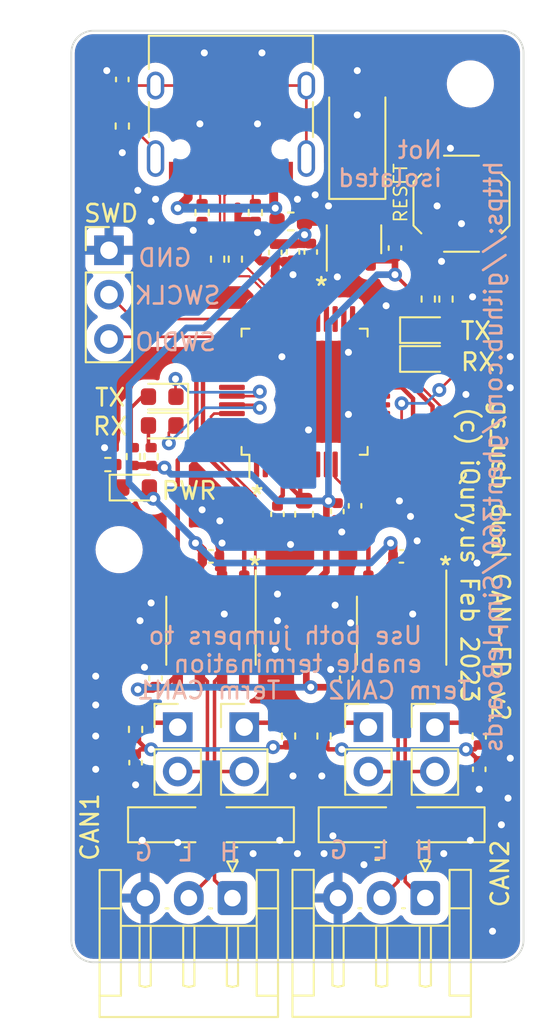
<source format=kicad_pcb>
(kicad_pcb (version 20221018) (generator pcbnew)
  (layers (0 "F.Cu" signal) (31 "B.Cu" signal) (34 "B.Paste" user) (35 "F.Paste" user) (36 "B.SilkS" user "B.Silkscreen") (37 "F.SilkS" user "F.Silkscreen") (38 "B.Mask" user) (39 "F.Mask" user) (44 "Edge.Cuts" user))
  (net 0 "")
  (net 1 "Net-(J1-SHIELD)")
  (net 2 "GND")
  (net 3 "Net-(C2-Pad1)")
  (net 4 "/5V")
  (net 5 "Net-(C7-Pad1)")
  (net 6 "/3.3V")
  (net 7 "Net-(D4-A)")
  (net 8 "Net-(D5-A)")
  (net 9 "Net-(D8-K)")
  (net 10 "Net-(J1-CC1)")
  (net 11 "/D+")
  (net 12 "/D-")
  (net 13 "/CAN1_TX_LED")
  (net 14 "Net-(J1-CC2)")
  (net 15 "Net-(D6-A)")
  (net 16 "/USB_DP")
  (net 17 "/USB_DN")
  (net 18 "/CAN2_TX_LED")
  (net 19 "Net-(D7-A)")
  (net 20 "/CAN1_RX_LED")
  (net 21 "/CAN2_RX_LED")
  (net 24 "/SDWIO")
  (net 25 "/CAN2_RX")
  (net 26 "/CAN2_TX")
  (net 27 "/CAN1_RX")
  (net 28 "/CAN1_TX")
  (net 29 "Net-(JP1-A)")
  (net 30 "Net-(JP2-A)")
  (net 31 "Net-(JP3-A)")
  (net 32 "Net-(JP4-A)")
  (net 33 "/SWCLK")
  (net 39 "/~{RESET}")
  (net 44 "/CAN1_SBY")
  (net 59 "/CAN2_SBY")
  (net 66 "Net-(F1-Pad2)")
  (net 67 "/CAN2_P")
  (net 68 "/CAN2_N")
  (net 69 "/CAN1_P")
  (net 70 "/CAN1_N")
  (footprint "Resistor_SMD:R_0402_1005Metric" (layer "F.Cu") (at 59.563 73.916 90)
    (fp_text reference "R2" hide)
    (fp_text value "5.1k")
  )
  (footprint "LED_SMD:LED_0603_1608Metric" (layer "F.Cu") (at 57.277 86.106 180)
    (fp_text reference "D7" hide)
    (fp_text value "RX")
  )
  (footprint "Connector_PinHeader_2.54mm:PinHeader_1x02_P2.54mm_Vertical" (layer "F.Cu") (at 69.088 103.378)
    (fp_text reference "JP2" hide)
    (fp_text value "Trm")
  )
  (footprint "Fuse:Fuse_0603_1608Metric" (layer "F.Cu") (at 64.643 74.422 180)
    (fp_text reference "F1" hide)
    (fp_text value "500mA")
  )
  (footprint "Diode_SMD:D_SOD-123F" (layer "F.Cu") (at 73.533 108.966 180)
    (fp_text reference "D9" hide)
    (fp_text value "D_TVS")
  )
  (footprint "Capacitor_SMD:C_0402_1005Metric" (layer "F.Cu") (at 55.753 105.41 -90)
    (fp_text reference "C2" hide)
    (fp_text value "4700pF")
  )
  (footprint "Resistor_SMD:R_0402_1005Metric" (layer "F.Cu") (at 60.452 76.581 -90)
    (fp_text reference "R4" hide)
    (fp_text value "22")
  )
  (footprint "Resistor_SMD:R_0402_1005Metric" (layer "F.Cu") (at 54.162939 88.342353)
    (fp_text reference "R14" hide)
    (fp_text value "5.1k")
  )
  (footprint "Capacitor_SMD:C_0402_1005Metric" (layer "F.Cu") (at 67.31 91.031 90)
    (fp_text reference "C18" hide)
    (fp_text value "100nF")
  )
  (footprint "Capacitor_SMD:C_0402_1005Metric" (layer "F.Cu") (at 63.881 91.186 90)
    (fp_text reference "C15" hide)
    (fp_text value "100nF")
  )
  (footprint "Diode_SMD:D_MELF" (layer "F.Cu") (at 68.453 69.723 90)
    (fp_text reference "D1" hide)
    (fp_text value "5.3V")
  )
  (footprint "MountingHole:MountingHole_2.2mm_M2" (layer "F.Cu") (at 74.93 66.548)
    (fp_text reference "H1" hide)
    (fp_text value "MountingHole")
  )
  (footprint "MountingHole:MountingHole_2.2mm_M2" (layer "F.Cu") (at 54.808551 93.214373)
    (fp_text reference "H2" hide)
    (fp_text value "MountingHole")
  )
  (footprint "LED_SMD:LED_0603_1608Metric" (layer "F.Cu") (at 57.277 84.455 180)
    (fp_text reference "D5" hide)
    (fp_text value "TX")
  )
  (footprint "Connector_PinHeader_2.54mm:PinHeader_1x02_P2.54mm_Vertical" (layer "F.Cu") (at 58.166 103.378)
    (fp_text reference "JP4" hide)
    (fp_text value "Trm")
  )
  (footprint "Diode_SMD:D_SOD-123F" (layer "F.Cu") (at 62.611 108.966 180)
    (fp_text reference "D11" hide)
    (fp_text value "D_TVS")
  )
  (footprint "Resistor_SMD:R_0402_1005Metric" (layer "F.Cu") (at 55.753 103.505 -90)
    (fp_text reference "R9" hide)
    (fp_text value "60.4")
  )
  (footprint "Resistor_SMD:R_0402_1005Metric" (layer "F.Cu") (at 72.517 78.865 -90)
    (fp_text reference "R12" hide)
    (fp_text value "1k")
  )
  (footprint "Resistor_SMD:R_0402_1005Metric" (layer "F.Cu") (at 64.516 103.886 -90)
    (fp_text reference "R8" hide)
    (fp_text value "60.4")
  )
  (footprint "Capacitor_SMD:C_0402_1005Metric" (layer "F.Cu") (at 70.612 75.946 90)
    (fp_text reference "C17" hide)
    (fp_text value "1uF")
  )
  (footprint "Capacitor_SMD:C_0402_1005Metric" (layer "F.Cu") (at 54.991 66.294 90)
    (fp_text reference "C1" hide)
    (fp_text value "100nF")
  )
  (footprint "LED_SMD:LED_0603_1608Metric" (layer "F.Cu") (at 72.39 80.645)
    (fp_text reference "D6" hide)
    (fp_text value "RX")
  )
  (footprint "Capacitor_SMD:C_0402_1005Metric" (layer "F.Cu") (at 75.438 105.791 -90)
    (fp_text reference "C7" hide)
    (fp_text value "4700pF")
  )
  (footprint "LED_SMD:LED_0603_1608Metric" (layer "F.Cu") (at 55.753 89.662)
    (fp_text reference "D8" hide)
    (fp_text value "RX")
  )
  (footprint "Resistor_SMD:R_0402_1005Metric" (layer "F.Cu") (at 62.611 73.914 90)
    (fp_text reference "R3" hide)
    (fp_text value "5.1k")
  )
  (footprint "Capacitor_SMD:C_0402_1005Metric" (layer "F.Cu") (at 64.77 76.172 90)
    (fp_text reference "C13" hide)
    (fp_text value "10nF")
  )
  (footprint "Capacitor_SMD:C_0402_1005Metric" (layer "F.Cu") (at 67.818 100.571 -90)
    (fp_text reference "C10" hide)
    (fp_text value "10nF")
  )
  (footprint "Connector_PinHeader_2.54mm:PinHeader_1x02_P2.54mm_Vertical" (layer "F.Cu") (at 61.976 103.378)
    (fp_text reference "JP3" hide)
    (fp_text value "Trm")
  )
  (footprint "Resistor_SMD:R_0402_1005Metric" (layer "F.Cu") (at 66.548 103.886 -90)
    (fp_text reference "R7" hide)
    (fp_text value "60.4")
  )
  (footprint "Connector_PinHeader_2.54mm:PinHeader_1x02_P2.54mm_Vertical" (layer "F.Cu") (at 72.898 103.378)
    (fp_text reference "JP1" hide)
    (fp_text value "Trm")
  )
  (footprint "Capacitor_SMD:C_0402_1005Metric" (layer "F.Cu") (at 58.674 110.617)
    (fp_text reference "C4" hide)
    (fp_text value "47pF")
  )
  (footprint "Capacitor_SMD:C_0402_1005Metric" (layer "F.Cu") (at 61.468 110.617)
    (fp_text reference "C3" hide)
    (fp_text value "47pF")
  )
  (footprint "Capacitor_SMD:C_0402_1005Metric" (layer "F.Cu") (at 69.596 110.617)
    (fp_text reference "C9" hide)
    (fp_text value "47pF")
  )
  (footprint "Capacitor_SMD:C_0402_1005Metric" (layer "F.Cu") (at 65.786 76.172 90)
    (fp_text reference "C12" hide)
    (fp_text value "100nF")
  )
  (footprint "Capacitor_SMD:C_0402_1005Metric" (layer "F.Cu") (at 56.896 100.584 -90)
    (fp_text reference "C11" hide)
    (fp_text value "10nF")
  )
  (footprint "Resistor_SMD:R_0402_1005Metric" (layer "F.Cu") (at 75.438 103.886 -90)
    (fp_text reference "R6" hide)
    (fp_text value "60.4")
  )
  (footprint "Diode_SMD:D_SOD-123F" (layer "F.Cu") (at 57.531 108.966)
    (fp_text reference "D12" hide)
    (fp_text value "D_TVS")
  )
  (footprint "Package_SO:SOIC-8_3.9x4.9mm_P1.27mm" (layer "F.Cu") (at 60.071 97.855 -90)
    (fp_text reference "U2" hide)
    (fp_text value "TJA1042T-3")
  )
  (footprint "Resistor_SMD:R_0402_1005Metric" (layer "F.Cu") (at 55.626 87.884 90)
    (fp_text reference "R11" hide)
    (fp_text value "1k")
  )
  (footprint "Package_QFP:LQFP-48_7x7mm_P0.5mm" (layer "F.Cu") (at 65.433 84.1725 90)
    (fp_text reference "U1" hide)
    (fp_text value "STM32G0B1CBTx")
  )
  (footprint "Connector_JST:JST_EH_S3B-EH_1x03_P2.50mm_Horizontal" (layer "F.Cu") (at 61.301 113.1645 180)
    (fp_text reference "J2" hide)
    (fp_text value "CAN1")
  )
  (footprint "Button_Switch_SMD:SW_SPST_TL3342" (layer "F.Cu") (at 74.422 73.406 90)
    (fp_text reference "SW1" hide)
    (fp_text value "SW_Push_Dual")
  )
  (footprint "Capacitor_SMD:C_0603_1608Metric" (layer "F.Cu") (at 65.405 91.186 90)
    (fp_text reference "C14" hide)
    (fp_text value "10uF")
  )
  (footprint "LED_SMD:LED_0603_1608Metric" (layer "F.Cu") (at 72.39 82.296)
    (fp_text reference "D4" hide)
    (fp_text value "TX")
  )
  (footprint "Diode_SMD:D_SOD-123F" (layer "F.Cu") (at 68.453 108.966)
    (fp_text reference "D10" hide)
    (fp_text value "D_TVS")
  )
  (footprint "Resistor_SMD:R_0402_1005Metric" (layer "F.Cu") (at 73.533 78.867 -90)
    (fp_text reference "R10" hide)
    (fp_text value "1k")
  )
  (footprint "Capacitor_SMD:C_0402_1005Metric" (layer "F.Cu") (at 72.39 110.617)
    (fp_text reference "C8" hide)
    (fp_text value "47pF")
  )
  (footprint "Resistor_SMD:R_0402_1005Metric" (layer "F.Cu") (at 56.642 87.884 90)
    (fp_text reference "R13" hide)
    (fp_text value "1k")
  )
  (footprint "Resistor_SMD:R_0402_1005Metric" (layer "F.Cu") (at 54.991 68.961 -90)
    (fp_text reference "R1" hide)
    (fp_text value "100k")
  )
  (footprint "Capacitor_SMD:C_0402_1005Metric" (layer "F.Cu") (at 68.326 90.706 -90)
    (fp_text reference "C19" hide)
    (fp_text value "100nF")
  )
  (footprint "Capacitor_SMD:C_0402_1005Metric" (layer "F.Cu") (at 60.071 93.599)
    (fp_text reference "C6" hide)
    (fp_text value "100nF")
  )
  (footprint "Resistor_SMD:R_0402_1005Metric" (layer "F.Cu") (at 61.468 76.581 -90)
    (fp_text reference "R5" hide)
    (fp_text value "22")
  )
  (footprint "Package_TO_SOT_SMD:SOT-23-3" (layer "F.Cu") (at 68.265 75.4435 90)
    (fp_text reference "U4" hide)
    (fp_text value "XC6206PxxxMR")
  )
  (footprint "Package_SO:SOIC-8_3.9x4.9mm_P1.27mm" (layer "F.Cu") (at 70.993 97.855 -90)
    (fp_text reference "U3" hide)
    (fp_text value "TJA1042T-3")
  )
  (footprint "Connector_JST:JST_EH_S3B-EH_1x03_P2.50mm_Horizontal" (layer "F.Cu") (at 72.35 113.157 180)
    (fp_text reference "J3" hide)
    (fp_text value "CAN2")
  )
  (footprint "Capacitor_SMD:C_0402_1005Metric" (layer "F.Cu") (at 70.98 93.599)
    (fp_text reference "C5" hide)
    (fp_text value "100nF")
  )
  (footprint "Connector_PinHeader_2.54mm:PinHeader_1x03_P2.54mm_Vertical" (layer "F.Cu") (at 54.229 76.073)
    (fp_text reference "J4" hide)
    (fp_text value "Conn_01x03_Pin")
  )
  (footprint "Connector_USB:USB_C_Receptacle_HRO_TYPE-C-31-M-12" (layer "F.Cu") (at 61.214 67.691 180)
    (fp_text reference "J1" hide)
    (fp_text value "USB_C_Receptacle_USB2.0")
  )
  (footprint "Capacitor_SMD:C_0402_1005Metric" (layer "F.Cu") (at 63.754 76.2 -90)
    (fp_text reference "C16" hide)
    (fp_text value "1uF")
  )
  (gr_arc (start 53.34 116.84) (mid 52.441974 116.468026) (end 52.07 115.57) (stroke (width 0.1)) (layer "Edge.Cuts"))
  (gr_arc (start 77.978 115.57) (mid 77.606026 116.468026) (end 76.708 116.84) (stroke (width 0.1)) (layer "Edge.Cuts"))
  (gr_arc (start 52.07 64.77) (mid 52.441974 63.871974) (end 53.34 63.5) (stroke (width 0.1)) (layer "Edge.Cuts"))
  (gr_line (start 52.07 115.57) (end 52.07 64.77) (stroke (width 0.1)) (layer "Edge.Cuts"))
  (gr_line (start 76.708 116.84) (end 53.34 116.84) (stroke (width 0.1)) (layer "Edge.Cuts"))
  (gr_line (start 77.978 64.77) (end 77.978 115.57) (stroke (width 0.1)) (layer "Edge.Cuts"))
  (gr_arc (start 76.708 63.5) (mid 77.606026 63.871974) (end 77.978 64.77) (stroke (width 0.1)) (layer "Edge.Cuts"))
  (gr_line (start 53.34 63.5) (end 76.708 63.5) (stroke (width 0.1)) (layer "Edge.Cuts"))
  (gr_text "Not\nisolated" (at 73.406 72.517) (layer "B.SilkS") (effects (font (size 1 1)) (justify left bottom mirror)))
  (gr_text "H  L  G" (at 72.898 110.998) (layer "B.SilkS") (effects (font (size 1 1)) (justify left bottom mirror)))
  (gr_text "Use both jumpers to \nenable termination" (at 72.263 100.33) (layer "B.SilkS") (effects (font (size 1 1)) (justify left bottom mirror)))
  (gr_text "SWCLK" (at 60.706 79.248) (layer "B.SilkS") (effects (font (size 1 1)) (justify left bottom mirror)))
  (gr_text "Term CAN1" (at 64.135 101.854) (layer "B.SilkS") (effects (font (size 1 1)) (justify left bottom mirror)))
  (gr_text "H  L  G" (at 61.722 111.125) (layer "B.SilkS") (effects (font (size 1 1)) (justify left bottom mirror)))
  (gr_text "Term CAN2" (at 75.057 101.854) (layer "B.SilkS") (effects (font (size 1 1)) (justify left bottom mirror)))
  (gr_text "https://github.com/ghent360/SimpleBoards" (at 76.835 70.866 90) (layer "B.SilkS") (effects (font (size 1 1)) (justify left bottom mirror)))
  (gr_text "GND" (at 59.055 77.089) (layer "B.SilkS") (effects (font (size 1 1)) (justify left bottom mirror)))
  (gr_text "SWDIO" (at 60.452 81.915) (layer "B.SilkS") (effects (font (size 1 1)) (justify left bottom mirror)))
  (gr_text "RX" (at 74.295 83.058) (layer "F.SilkS") (effects (font (size 1 1)) (justify left bottom)))
  (gr_text "TX" (at 53.34 85.09) (layer "F.SilkS") (effects (font (size 1 1)) (justify left bottom)))
  (gr_text "CAN1" (at 53.721 111.125 90) (layer "F.SilkS") (effects (font (size 1 1)) (justify left bottom)))
  (gr_text "(c) iQury.us Feb 2023" (at 74.295 84.963 -90) (layer "F.SilkS") (effects (font (size 1 1)) (justify left bottom)))
  (gr_text "gs_usb dual CAN-FD v2" (at 76.073 84.582 270) (layer "F.SilkS") (effects (font (size 1 1)) (justify left bottom)))
  (gr_text "TX" (at 74.295 81.28) (layer "F.SilkS") (effects (font (size 1 1)) (justify left bottom)))
  (gr_text "*" (at 73.025 94.742) (layer "F.SilkS") (effects (font (size 1 1)) (justify left bottom)))
  (gr_text "PWR" (at 57.15 90.424) (layer "F.SilkS") (effects (font (size 1 1)) (justify left bottom)))
  (gr_text "*" (at 62.23 90.678) (layer "F.SilkS") (effects (font (size 1 1)) (justify left bottom)))
  (gr_text "SWD" (at 52.705 74.549) (layer "F.SilkS") (effects (font (size 1 1)) (justify left bottom)))
  (gr_text "CAN2" (at 77.216 113.792 90) (layer "F.SilkS") (effects (font (size 1 1)) (justify left bottom)))
  (gr_text "RX" (at 53.213 86.741) (layer "F.SilkS") (effects (font (size 1 1)) (justify left bottom)))
  (gr_text "RESET" (at 71.374 74.549 90) (layer "F.SilkS") (effects (font (size 0.75 0.75) (thickness 0.1)) (justify left bottom)))
  (gr_text "*" (at 65.913 78.74) (layer "F.SilkS") (effects (font (size 1 1)) (justify left bottom)))
  (gr_text "*" (at 62.103 94.742) (layer "F.SilkS") (effects (font (size 1 1)) (justify left bottom)))
  (segment (start 54.991 66.675) (end 54.991 68.451) (width 0.1524) (layer "F.Cu") (net 1))
  (segment (start 55.025 66.641) (end 54.991 66.675) (width 0.1524) (layer "F.Cu") (net 1))
  (segment (start 65.534 70.821) (end 65.534 66.641) (width 0.1524) (layer "F.Cu") (net 1))
  (segment (start 65.534 66.641) (end 56.894 66.641) (width 0.1524) (layer "F.Cu") (net 1))
  (segment (start 56.894 66.641) (end 55.025 66.641) (width 0.1524) (layer "F.Cu") (net 1))
  (segment (start 54.991 68.451) (end 56.894 70.354) (width 0.1524) (layer "F.Cu") (net 1))
  (segment (start 56.894 70.354) (end 56.894 70.821) (width 0.1524) (layer "F.Cu") (net 1))
  (segment (start 67.818 100.091) (end 66.944 100.091) (width 0.5) (layer "F.Cu") (net 2))
  (segment (start 68.326 91.44) (end 67.564 92.202) (width 0.254) (layer "F.Cu") (net 2))
  (segment (start 54.991 69.786) (end 54.991 70.485) (width 0.381) (layer "F.Cu") (net 2))
  (segment (start 69.116 110.617) (end 69.116 110.97) (width 0.381) (layer "F.Cu") (net 2))
  (segment (start 65.683 88.335) (end 65.683 86.892) (width 0.1524) (layer "F.Cu") (net 2))
  (segment (start 65.786 73.152) (end 66.04 72.898) (width 0.381) (layer "F.Cu") (net 2))
  (segment (start 56.131 109.852) (end 56.134 109.855) (width 0.254) (layer "F.Cu") (net 2))
  (segment (start 67.315 76.581) (end 67.315 77.592) (width 0.254) (layer "F.Cu") (net 2))
  (segment (start 67.31 91.948) (end 67.564 92.202) (width 0.381) (layer "F.Cu") (net 2))
  (segment (start 57.964 71.736) (end 57.964 72.084) (width 0.381) (layer "F.Cu") (net 2))
  (segment (start 62.611 74.93) (end 62.738 75.057) (width 0.508) (layer "F.Cu") (net 2))
  (segment (start 65.405 92.143118) (end 64.629118 92.919) (width 0.254) (layer "F.Cu") (net 2))
  (segment (start 57.964 72.084) (end 56.896 73.152) (width 0.381) (layer "F.Cu") (net 2))
  (segment (start 65.588 76.652) (end 64.77 77.47) (width 0.254) (layer "F.Cu") (net 2))
  (segment (start 65.659 86.868) (end 65.659 86.36) (width 0.1524) (layer "F.Cu") (net 2))
  (segment (start 69.116 110.97) (end 68.834 111.252) (width 0.381) (layer "F.Cu") (net 2))
  (segment (start 65.786 76.652) (end 65.588 76.652) (width 0.254) (layer "F.Cu") (net 2))
  (segment (start 66.04 72.898) (end 66.167 72.898) (width 0.381) (layer "F.Cu") (net 2))
  (segment (start 61.948 110.617) (end 62.484 110.617) (width 0.381) (layer "F.Cu") (net 2))
  (segment (start 64.464 71.736) (end 64.464 72.592) (width 0.381) (layer "F.Cu") (net 2))
  (segment (start 56.896 73.152) (end 56.896 74.168) (width 0.381) (layer "F.Cu") (net 2))
  (segment (start 67.31 91.511) (end 67.31 91.948) (width 0.381) (layer "F.Cu") (net 2))
  (segment (start 68.453 67.323) (end 68.453 65.786) (width 0.5) (layer "F.Cu") (net 2))
  (segment (start 60.551 92.992) (end 60.706 92.837) (width 0.254) (layer "F.Cu") (net 2))
  (segment (start 53.979 87.372) (end 53.975 87.376) (width 0.1524) (layer "F.Cu") (net 2))
  (segment (start 64.011 108.966) (end 64.011 109.852) (width 0.254) (layer "F.Cu") (net 2))
  (segment (start 66.167 72.898) (end 66.802 73.533) (width 0.381) (layer "F.Cu") (net 2))
  (segment (start 64.464 72.592) (end 65.024 73.152) (width 0.381) (layer "F.Cu") (net 2))
  (segment (start 67.053 109.598) (end 67.056 109.601) (width 0.254) (layer "F.Cu") (net 2))
  (segment (start 56.896 74.168) (end 56.642 74.422) (width 0.381) (layer "F.Cu") (net 2))
  (segment (start 64.77 76.652) (end 64.77 77.47) (width 0.254) (layer "F.Cu") (net 2))
  (segment (start 66.944 100.091) (end 66.929 100.076) (width 0.5) (layer "F.Cu") (net 2))
  (segment (start 71.46 94.32) (end 71.755 94.615) (width 0.254) (layer "F.Cu") (net 2))
  (segment (start 65.405 91.961) (end 65.405 92.143118) (width 0.254) (layer "F.Cu") (net 2))
  (segment (start 56.896 100.104) (end 56.416 100.104) (width 0.5) (layer "F.Cu") (net 2))
  (segment (start 58.194 110.617) (end 58.194 110.01) (width 0.381) (layer "F.Cu") (net 2))
  (segment (start 56.131 108.966) (end 56.131 109.852) (width 0.254) (layer "F.Cu") (net 2))
  (segment (start 71.628 95.38) (end 71.628 96.901) (width 0.254) (layer "F.Cu") (net 2))
  (segment (start 60.706 96.774) (end 60.833 96.901) (width 0.254) (layer "F.Cu") (net 2))
  (segment (start 60.551 95.225) (end 60.706 95.38) (width 0.254) (layer "F.Cu") (net 2))
  (segment (start 58.194 110.01) (end 58.166 109.982) (width 0.381) (layer "F.Cu") (net 2))
  (segment (start 56.388 73.152) (end 55.88 72.644) (width 0.381) (layer "F.Cu") (net 2))
  (segment (start 63.98 76.68) (end 64.77 77.47) (width 0.254) (layer "F.Cu") (net 2))
  (segment (start 65.024 73.152) (end 65.786 73.152) (width 0.381) (layer "F.Cu") (net 2))
  (segment (start 63.881 92.170882) (end 64.629118 92.919) (width 0.254) (layer "F.Cu") (net 2))
  (segment (start 71.46 93.599) (end 71.46 93.132) (width 0.254) (layer "F.Cu") (net 2))
  (segment (start 65.683 86.892) (end 65.659 86.868) (width 0.1524) (layer "F.Cu") (net 2))
  (segment (start 72.87 110.617) (end 73.406 110.617) (width 0.254) (layer "F.Cu") (net 2))
  (segment (start 59.563 74.426) (end 59.559 74.426) (width 0.508) (layer "F.Cu") (net 2))
  (segment (start 60.706 95.38) (end 60.706 96.774) (width 0.254) (layer "F.Cu") (net 2))
  (segment (start 54.13 65.814) (end 54.102 65.786) (width 0.254) (layer "F.Cu") (net 2))
  (segment (start 68.326 91.186) (end 68.326 91.44) (width 0.254) (layer "F.Cu") (net 2))
  (segment (start 71.46 93.599) (end 71.46 94.32) (width 0.254) (layer "F.Cu") (net 2))
  (segment (start 54.61 87.372) (end 53.979 87.372) (width 0.1524) (layer "F.Cu") (net 2))
  (segment (start 54.991 65.814) (end 54.13 65.814) (width 0.254) (layer "F.Cu") (net 2))
  (segment (start 67.053 108.966) (end 67.053 109.598) (width 0.254) (layer "F.Cu") (net 2))
  (segment (start 63.754 76.68) (end 63.98 76.68) (width 0.254) (layer "F.Cu") (net 2))
  (segment (start 67.315 77.592) (end 67.31 77.597) (width 0.254) (layer "F.Cu") (net 2))
  (segment (start 60.551 93.599) (end 60.551 95.225) (width 0.254) (layer "F.Cu") (net 2))
  (segment (start 74.933 108.966) (end 74.933 109.852) (width 0.254) (layer "F.Cu") (net 2))
  (segment (start 64.011 109.852) (end 64.008 109.855) (width 0.254) (layer "F.Cu") (net 2))
  (segment (start 56.416 100.104) (end 56.261 99.949) (width 0.5) (layer "F.Cu") (net 2))
  (segment (start 63.881 91.961) (end 63.881 92.170882) (width 0.254) (layer "F.Cu") (net 2))
  (segment (start 74.933 109.852) (end 74.93 109.855) (width 0.254) (layer "F.Cu") (net 2))
  (segment (start 60.551 93.599) (end 60.551 92.992) (width 0.254) (layer "F.Cu") (net 2))
  (segment (start 56.896 73.152) (end 56.388 73.152) (width 0.381) (layer "F.Cu") (net 2))
  (segment (start 59.559 74.426) (end 59.055 74.93) (width 0.508) (layer "F.Cu") (net 2))
  (segment (start 71.46 93.132) (end 71.882 92.71) (width 0.254) (layer "F.Cu") (net 2))
  (segment (start 62.611 74.424) (end 62.611 74.93) (width 0.508) (layer "F.Cu") (net 2))
  (via (at 77.216 83.947) (size 0.8) (drill 0.4) (layers "F.Cu" "B.Cu") (net 2))
  (via (at 77.216 105.156) (size 0.8) (drill 0.4) (layers "F.Cu" "B.Cu") (net 2))
  (via (at 56.007 97.282) (size 0.8) (drill 0.4) (layers "F.Cu" "B.Cu") (net 2))
  (via (at 59.055 74.93) (size 0.8) (drill 0.4) (layers "F.Cu" "B.Cu") (net 2))
  (via (at 66.421 106.172) (size 0.8) (drill 0.4) (layers "F.Cu" "B.Cu") (net 2))
  (via (at 68.453 68.326) (size 0.8) (drill 0.4) (layers "F.Cu" "B.Cu") (net 2))
  (via (at 55.88 72.644) (size 0.8) (drill 0.4) (layers "F.Cu" "B.Cu") (net 2))
  (via (at 53.467 103.886) (size 0.8) (drill 0.4) (layers "F.Cu" "B.Cu") (net 2))
  (via (at 64.629118 92.919) (size 0.8) (drill 0.4) (layers "F.Cu" "B.Cu") (net 2))
  (via (at 64.77 77.47) (size 0.8) (drill 0.4) (layers "F.Cu" "B.Cu") (net 2))
  (via (at 53.975 87.376) (size 0.8) (drill 0.4) (layers "F.Cu" "B.Cu") (net 2))
  (via (at 62.738 68.834) (size 0.8) (drill 0.4) (layers "F.Cu" "B.Cu") (net 2))
  (via (at 60.706 92.837) (size 0.8) (drill 0.4) (layers "F.Cu" "B.Cu") (net 2))
  (via (at 53.467 102.108) (size 0.8) (drill 0.4) (layers "F.Cu" "B.Cu") (net 2))
  (via (at 74.93 109.855) (size 0.8) (drill 0.4) (layers "F.Cu" "B.Cu") (net 2))
  (via (at 68.834 111.252) (size 0.8) (drill 0.4) (layers "F.Cu" "B.Cu") (net 2))
  (via (at 66.548 110.617) (size 0.8) (drill 0.4) (layers "F.Cu" "B.Cu") (net 2))
  (via (at 56.261 99.949) (size 0.8) (drill 0.4) (layers "F.Cu" "B.Cu") (net 2))
  (via (at 65.024 110.617) (size 0.8) (drill 0.4) (layers "F.Cu" "B.Cu") (net 2))
  (via (at 74.422 74.549) (size 0.8) (drill 0.4) (layers "F.Cu" "B.Cu") (net 2))
  (via (at 67.056 109.601) (size 0.8) (drill 0.4) (layers "F.Cu" "B.Cu") (net 2))
  (via (at 59.563 90.932) (size 0.8) (drill 0.4) (layers "F.Cu" "B.Cu") (net 2))
  (via (at 75.311 93.98) (size 0.8) (drill 0.4) (layers "F.Cu" "B.Cu") (net 2))
  (via (at 76.2 115.062) (size 0.8) (drill 0.4) (layers "F.Cu" "B.Cu") (net 2))
  (via (at 75.057 78.74) (size 0.8) (drill 0.4) (layers "F.Cu" "B.Cu") (net 2))
  (via (at 56.134 109.855) (size 0.8) (drill 0.4) (layers "F.Cu" "B.Cu") (net 2))
  (via (at 59.436 68.834) (size 0.8) (drill 0.4) (layers "F.Cu" "B.Cu") (net 2))
  (via (at 60.833 96.901) (size 0.8) (drill 0.4) (layers "F.Cu" "B.Cu") (net 2))
  (via (at 70.866 90.424) (size 0.8) (drill 0.4) (layers "F.Cu" "B.Cu") (net 2))
  (via (at 56.642 74.422) (size 0.8) (drill 0.4) (layers "F.Cu" "B.Cu") (net 2))
  (via (at 77.089 107.442) (size 0.8) (drill 0.4) (layers "F.Cu" "B.Cu") (net 2))
  (via (at 64.008 109.855) (size 0.8) (drill 0.4) (layers "F.Cu" "B.Cu") (net 2))
  (via (at 67.945 81.915) (size 0.8) (drill 0.4) (layers "F.Cu" "B.Cu") (net 2))
  (via (at 64.77 106.172) (size 0.8) (drill 0.4) (layers "F.Cu" "B.Cu") (net 2))
  (via (at 63.754 98.933) (size 0.8) (drill 0.4) (layers "F.Cu" "B.Cu") (net 2))
  (via (at 63.881 95.758) (size 0.8) (drill 0.4) (layers "F.Cu" "B.Cu") (net 2))
  (via (at 62.992 64.77) (size 0.8) (drill 0.4) (layers "F.Cu" "B.Cu") (net 2))
  (via (at 65.659 86.36) (size 0.8) (drill 0.4) (layers "F.Cu" "B.Cu") (net 2))
  (via (at 63.881 97.282) (size 0.8) (drill 0.4) (layers "F.Cu" "B.Cu") (net 2))
  (via (at 66.04 72.898) (size 0.8) (drill 0.4) (layers "F.Cu" "B.Cu") (net 2))
  (via (at 67.564 92.202) (size 0.8) (drill 0.4) (layers "F.Cu" "B.Cu") (net 2))
  (via (at 66.802 73.533) (size 0.8) (drill 0.4) (layers "F.Cu" "B.Cu") (net 2))
  (via (at 68.072 97.409) (size 0.8) (drill 0.4) (layers "F.Cu" "B.Cu") (net 2))
  (via (at 62.484 110.617) (size 0.8) (drill 0.4) (layers "F.Cu" "B.Cu") (net 2))
  (via (at 59.69 64.77) (size 0.8) (drill 0.4) (layers "F.Cu" "B.Cu") (net 2))
  (via (at 56.642 96.266) (size 0.8) (drill 0.4) (layers "F.Cu" "B.Cu") (net 2))
  (via (at 67.183 96.393) (size 0.8) (drill 0.4) (layers "F.Cu" "B.Cu") (net 2))
  (via (at 70.104 79.248) (size 0.8) (drill 0.4) (layers "F.Cu" "B.Cu") (net 2))
  (via (at 73.406 110.617) (size 0.8) (drill 0.4) (layers "F.Cu" "B.Cu") (net 2))
  (via (at 77.216 82.169) (size 0.8) (drill 0.4) (layers "F.Cu" "B.Cu") (net 2))
  (via (at 58.166 109.982) (size 0.8) (drill 0.4) (layers "F.Cu" "B.Cu") (net 2))
  (via (at 74.676 84.328) (size 0.8) (drill 0.4) (layers "F.Cu" "B.Cu") (net 2))
  (via (at 62.738 75.057) (size 0.8) (drill 0.4) (layers "F.Cu" "B.Cu") (net 2))
  (via (at 64.135 82.169) (size 0.8) (drill 0.4) (layers "F.Cu" "B.Cu") (net 2))
  (via (at 71.628 96.901) (size 0.8) (drill 0.4) (layers "F.Cu" "B.Cu") (net 2))
  (via (at 71.501 91.313) (size 0.8) (drill 0.4) (layers "F.Cu" "B.Cu") (net 2))
  (via (at 68.453 65.786) (size 0.8) (drill 0.4) (layers "F.Cu" "B.Cu") (net 2))
  (via (at 54.991 70.485) (size 0.8) (drill 0.4) (layers "F.Cu" "B.Cu") (net 2))
  (via (at 67.945 85.471) (size 0.8) (drill 0.4) (layers "F.Cu" "B.Cu") (net 2))
  (via (at 73.279 76.708) (size 0.8) (drill 0.4) (layers "F.Cu" "B.Cu") (net 2))
  (via (at 65.024 73.152) (size 0.8) (drill 0.4) (layers "F.Cu" "B.Cu") (net 2))
  (via (at 56.896 73.152) (size 0.8) (drill 0.4) (layers "F.Cu" "B.Cu") (net 2))
  (via (at 55.753 106.68) (size 0.8) (drill 0.4) (layers "F.Cu" "B.Cu") (net 2))
  (via (at 75.438 106.934) (size 0.8) (drill 0.4) (layers "F.Cu" "B.Cu") (net 2))
  (via (at 60.579 91.567) (size 0.8) (drill 0.4) (layers "F.Cu" "B.Cu") (net 2))
  (via (at 53.467 105.791) (size 0.8) (drill 0.4) (layers "F.Cu" "B.Cu") (net 2))
  (via (at 71.882 92.71) (size 0.8) (drill 0.4) (layers "F.Cu" "B.Cu") (net 2))
  (via (at 73.787 70.231) (size 0.8) (drill 0.4) (layers "F.Cu" "B.Cu") (net 2))
  (via (at 54.102 65.786) (size 0.8) (drill 0.4) (layers "F.Cu" "B.Cu") (net 2))
  (via (at 67.31 77.597) (size 0.8) (drill 0.4) (layers "F.Cu" "B.Cu") (net 2))
  (via (at 53.467 100.457) (size 0.8) (drill 0.4) (layers "F.Cu" "B.Cu") (net 2))
  (via (at 66.929 100.076) (size 0.8) (drill 0.4) (layers "F.Cu" "B.Cu") (net 2))
  (via (at 73.025 73.533) (size 0.8) (drill 0.4) (layers "F.Cu" "B.Cu") (net 2))
  (via (at 76.708 108.966) (size 0.8) (drill 0.4) (layers "F.Cu" "B.Cu") (net 2))
  (segment (start 56.642 104.648) (end 56.386 104.648) (width 0.254) (layer "F.Cu") (net 3))
  (segment (start 56.035 104.648) (end 55.753 104.93) (width 0.254) (layer "F.Cu") (net 3))
  (segment (start 56.642 104.648) (end 56.035 104.648) (width 0.254) (layer "F.Cu") (net 3))
  (segment (start 56.386 104.648) (end 55.753 104.015) (width 0.254) (layer "F.Cu") (net 3))
  (segment (start 63.627 104.521) (end 64.391 104.521) (width 0.254) (layer "F.Cu") (net 3))
  (segment (start 64.391 104.521) (end 64.516 104.396) (width 0.254) (layer "F.Cu") (net 3))
  (via (at 63.627 104.521) (size 0.8) (drill 0.4) (layers "F.Cu" "B.Cu") (net 3))
  (via (at 56.642 104.648) (size 0.8) (drill 0.4) (layers "F.Cu" "B.Cu") (net 3))
  (segment (start 56.642 104.648) (end 63.5 104.648) (width 0.254) (layer "B.Cu") (net 3))
  (segment (start 63.5 104.648) (end 63.627 104.521) (width 0.254) (layer "B.Cu") (net 3))
  (segment (start 59.591 93.952) (end 59.436 94.107) (width 0.5) (layer "F.Cu") (net 4))
  (segment (start 64.77 75.692) (end 63.782 75.692) (width 0.5) (layer "F.Cu") (net 4))
  (segment (start 59.436 94.107) (end 59.436 95.38) (width 0.5) (layer "F.Cu") (net 4))
  (segment (start 68.149 74.422) (end 68.265 74.306) (width 0.5) (layer "F.Cu") (net 4))
  (segment (start 59.591 93.246) (end 59.182 92.837) (width 0.5) (layer "F.Cu") (net 4))
  (segment (start 65.4305 75.6665) (end 65.405 75.692) (width 0.5) (layer "F.Cu") (net 4))
  (segment (start 59.591 93.599) (end 59.591 93.952) (width 0.5) (layer "F.Cu") (net 4))
  (segment (start 56.5405 90.0685) (end 56.769 90.297) (width 0.1524) (layer "F.Cu") (net 4))
  (segment (start 63.782 75.692) (end 63.754 75.72) (width 0.5) (layer "F.Cu") (net 4))
  (segment (start 70.5 93.965) (end 70.358 94.107) (width 0.5) (layer "F.Cu") (net 4))
  (segment (start 70.5 92.979) (end 70.358 92.837) (width 0.5) (layer "F.Cu") (net 4))
  (segment (start 56.5405 89.662) (end 56.5405 90.0685) (width 0.1524) (layer "F.Cu") (net 4))
  (segment (start 65.405 75.692) (end 65.786 75.692) (width 0.5) (layer "F.Cu") (net 4))
  (segment (start 68.265 74.306) (end 68.265 72.311) (width 0.5) (layer "F.Cu") (net 4))
  (segment (start 70.358 94.107) (end 70.358 95.38) (width 0.5) (layer "F.Cu") (net 4))
  (segment (start 65.4305 75.184) (end 65.4305 75.6665) (width 0.5) (layer "F.Cu") (net 4))
  (segment (start 65.4305 74.422) (end 65.4305 75.184) (width 0.5) (layer "F.Cu") (net 4))
  (segment (start 68.265 72.311) (end 68.453 72.123) (width 0.5) (layer "F.Cu") (net 4))
  (segment (start 64.77 75.692) (end 65.405 75.692) (width 0.5) (layer "F.Cu") (net 4))
  (segment (start 70.5 93.599) (end 70.5 93.965) (width 0.5) (layer "F.Cu") (net 4))
  (segment (start 70.5 93.599) (end 70.5 92.979) (width 0.5) (layer "F.Cu") (net 4))
  (segment (start 65.4305 74.422) (end 68.149 74.422) (width 0.5) (layer "F.Cu") (net 4))
  (segment (start 59.591 93.599) (end 59.591 93.246) (width 0.5) (layer "F.Cu") (net 4))
  (via (at 56.769 90.297) (size 0.8) (drill 0.4) (layers "F.Cu" "B.Cu") (net 4))
  (via (at 59.182 92.837) (size 0.8) (drill 0.4) (layers "F.Cu" "B.Cu") (net 4))
  (via (at 70.358 92.837) (size 0.8) (drill 0.4) (layers "F.Cu" "B.Cu") (net 4))
  (via (at 65.4305 75.184) (size 0.8) (drill 0.4) (layers "F.Cu" "B.Cu") (net 4))
  (segment (start 58.674 80.518) (end 59.69 80.518) (width 0.381) (layer "B.Cu") (net 4))
  (segment (start 55.372 89.408) (end 55.372 83.82) (width 0.381) (layer "B.Cu") (net 4))
  (segment (start 60.325 93.98) (end 59.182 92.837) (width 0.381) (layer "B.Cu") (net 4))
  (segment (start 69.215 93.98) (end 70.358 92.837) (width 0.381) (layer "B.Cu") (net 4))
  (segment (start 59.69 80.518) (end 65.024 75.184) (width 0.381) (layer "B.Cu") (net 4))
  (segment (start 55.372 83.82) (end 58.674 80.518) (width 0.381) (layer "B.Cu") (net 4))
  (segment (start 59.182 92.71) (end 56.769 90.297) (width 0.381) (layer "B.Cu") (net 4))
  (segment (start 63.373 93.98) (end 69.215 93.98) (width 0.381) (layer "B.Cu") (net 4))
  (segment (start 59.182 92.837) (end 59.182 92.71) (width 0.381) (layer "B.Cu") (net 4))
  (segment (start 56.769 90.297) (end 56.261 90.297) (width 0.381) (layer "B.Cu") (net 4))
  (segment (start 65.024 75.184) (end 65.4305 75.184) (width 0.381) (layer "B.Cu") (net 4))
  (segment (start 56.261 90.297) (end 55.372 89.408) (width 0.381) (layer "B.Cu") (net 4))
  (segment (start 63.373 93.98) (end 60.325 93.98) (width 0.381) (layer "B.Cu") (net 4))
  (segment (start 75.186 104.648) (end 75.438 104.396) (width 0.254) (layer "F.Cu") (net 5))
  (segment (start 66.8 104.648) (end 66.548 104.396) (width 0.254) (layer "F.Cu") (net 5))
  (segment (start 74.676 104.648) (end 74.775 104.648) (width 0.254) (layer "F.Cu") (net 5))
  (segment (start 74.775 104.648) (end 75.438 105.311) (width 0.254) (layer "F.Cu") (net 5))
  (segment (start 74.739 104.711) (end 74.676 104.648) (width 0.254) (layer "F.Cu") (net 5))
  (segment (start 67.564 104.648) (end 66.8 104.648) (width 0.254) (layer "F.Cu") (net 5))
  (segment (start 74.676 104.648) (end 75.186 104.648) (width 0.254) (layer "F.Cu") (net 5))
  (via (at 74.676 104.648) (size 0.8) (drill 0.4) (layers "F.Cu" "B.Cu") (net 5))
  (via (at 67.564 104.648) (size 0.8) (drill 0.4) (layers "F.Cu" "B.Cu") (net 5))
  (segment (start 67.564 104.648) (end 74.676 104.648) (width 0.254) (layer "B.Cu") (net 5))
  (segment (start 68.367 101.051) (end 69.088 100.33) (width 0.254) (layer "F.Cu") (net 6))
  (segment (start 66.802 90.424) (end 65.418 90.424) (width 0.381) (layer "F.Cu") (net 6))
  (segment (start 70.612 77.47) (end 70.612 76.426) (width 0.381) (layer "F.Cu") (net 6))
  (segment (start 72.517 78.355) (end 71.497 78.355) (width 0.2032) (layer "F.Cu") (net 6))
  (segment (start 65.532 97.028) (end 65.532 95.631) (width 0.381) (layer "F.Cu") (net 6))
  (segment (start 65.532 97.028) (end 65.532 100.838) (width 0.381) (layer "F.Cu") (net 6))
  (segment (start 63.881 90.411) (end 65.405 90.411) (width 0.254) (layer "F.Cu") (net 6))
  (segment (start 67.777 101.092) (end 67.818 101.051) (width 0.381) (layer "F.Cu") (net 6))
  (segment (start 65.183 88.335) (end 65.183 90.189) (width 0.254) (layer "F.Cu") (net 6))
  (segment (start 55.88 101.219) (end 56.741 101.219) (width 0.381) (layer "F.Cu") (net 6))
  (segment (start 56.741 101.219) (end 56.896 101.064) (width 0.381) (layer "F.Cu") (net 6))
  (segment (start 70.457 76.581) (end 70.612 76.426) (width 0.5) (layer "F.Cu") (net 6))
  (segment (start 73.533 78.357) (end 72.519 78.357) (width 0.2032) (layer "F.Cu") (net 6))
  (segment (start 65.532 95.631) (end 66.6825 94.4805) (width 0.381) (layer "F.Cu") (net 6))
  (segment (start 66.6825 90.5435) (end 66.802 90.424) (width 0.381) (layer "F.Cu") (net 6))
  (segment (start 69.215 76.581) (end 70.457 76.581) (width 0.5) (layer "F.Cu") (net 6))
  (segment (start 63.881 90.411) (end 64.183 90.109) (width 0.254) (layer "F.Cu") (net 6))
  (segment (start 57.404 88.519) (end 56.767 88.519) (width 0.381) (layer "F.Cu") (net 6))
  (segment (start 56.767 88.519) (end 56.642 88.394) (width 0.381) (layer "F.Cu") (net 6))
  (segment (start 65.786 101.092) (end 67.777 101.092) (width 0.381) (layer "F.Cu") (net 6))
  (segment (start 65.418 90.424) (end 65.405 90.411) (width 0.381) (layer "F.Cu") (net 6))
  (segment (start 64.183 90.109) (end 64.183 88.335) (width 0.254) (layer "F.Cu") (net 6))
  (segment (start 57.432 101.064) (end 58.166 100.33) (width 0.254) (layer "F.Cu") (net 6))
  (segment (start 64.683 89.689) (end 65.405 90.411) (width 0.254) (layer "F.Cu") (net 6))
  (segment (start 65.532 100.838) (end 65.786 101.092) (width 0.381) (layer "F.Cu") (net 6))
  (segment (start 56.896 101.064) (end 57.432 101.064) (width 0.254) (layer "F.Cu") (net 6))
  (segment (start 64.683 88.335) (end 64.683 89.689) (width 0.254) (layer "F.Cu") (net 6))
  (segment (start 56.642 88.394) (end 55.626 88.394) (width 0.381) (layer "F.Cu") (net 6))
  (segment (start 66.6825 94.4805) (end 66.6825 90.5435) (width 0.381) (layer "F.Cu") (net 6))
  (segment (start 71.497 78.355) (end 70.612 77.47) (width 0.2032) (layer "F.Cu") (net 6))
  (segment (start 65.183 90.189) (end 65.405 90.411) (width 0.254) (layer "F.Cu") (net 6))
  (segment (start 67.818 101.051) (end 68.367 101.051) (width 0.254) (layer "F.Cu") (net 6))
  (segment (start 72.519 78.357) (end 72.517 78.355) (width 0.2032) (layer "F.Cu") (net 6))
  (via (at 70.612 77.47) (size 0.8) (drill 0.4) (layers "F.Cu" "B.Cu") (net 6))
  (via (at 57.404 88.519) (size 0.8) (drill 0.4) (layers "F.Cu" "B.Cu") (net 6))
  (via (at 66.802 90.424) (size 0.8) (drill 0.4) (layers "F.Cu" "B.Cu") (net 6))
  (via (at 55.88 101.219) (size 0.8) (drill 0.4) (layers "F.Cu" "B.Cu") (net 6))
  (via (at 65.786 101.092) (size 0.8) (drill 0.4) (layers "F.Cu" "B.Cu") (net 6))
  (segment (start 57.785 88.9) (end 57.404 88.519) (width 0.381) (layer "B.Cu") (net 6))
  (segment (start 66.802 80.264) (end 69.596 77.47) (width 0.381) (layer "B.Cu") (net 6))
  (segment (start 66.802 80.264) (end 66.802 90.424) (width 0.381) (layer "B.Cu") (net 6))
  (segment (start 65.786 101.092) (end 56.007 101.092) (width 0.381) (layer "B.Cu") (net 6))
  (segment (start 63.881 90.424) (end 62.357 88.9) (width 0.381) (layer "B.Cu") (net 6))
  (segment (start 56.007 101.092) (end 55.88 101.219) (width 0.381) (layer "B.Cu") (net 6))
  (segment (start 62.357 88.9) (end 57.785 88.9) (width 0.381) (layer "B.Cu") (net 6))
  (segment (start 69.596 77.47) (end 70.612 77.47) (width 0.381) (layer "B.Cu") (net 6))
  (segment (start 66.802 90.424) (end 63.881 90.424) (width 0.381) (layer "B.Cu") (net 6))
  (segment (start 73.533 79.377) (end 74.168 80.012) (width 0.2032) (layer "F.Cu") (net 7))
  (segment (start 73.406 82.296) (end 73.1775 82.296) (width 0.2032) (layer "F.Cu") (net 7))
  (segment (start 74.168 80.012) (end 74.168 81.534) (width 0.2032) (layer "F.Cu") (net 7))
  (segment (start 74.168 81.534) (end 73.406 82.296) (width 0.2032) (layer "F.Cu") (net 7))
  (segment (start 55.499 85.09) (end 55.499 87.247) (width 0.2032) (layer "F.Cu") (net 8))
  (segment (start 55.499 87.247) (end 55.626 87.374) (width 0.2032) (layer "F.Cu") (net 8))
  (segment (start 56.4895 84.455) (end 56.134 84.455) (width 0.2032) (layer "F.Cu") (net 8))
  (segment (start 56.134 84.455) (end 55.499 85.09) (width 0.2032) (layer "F.Cu") (net 8))
  (segment (start 54.61 89.3065) (end 54.9655 89.662) (width 0.1524) (layer "F.Cu") (net 9))
  (segment (start 54.61 88.392) (end 54.61 89.3065) (width 0.1524) (layer "F.Cu") (net 9))
  (segment (start 62.464 73.257) (end 62.611 73.404) (width 0.127) (layer "F.Cu") (net 10))
  (segment (start 62.464 71.736) (end 62.464 73.257) (width 0.127) (layer "F.Cu") (net 10))
  (segment (start 60.464 72.823501) (end 60.587 72.946501) (width 0.127) (layer "F.Cu") (net 11))
  (segment (start 60.464 70.981) (end 60.464 71.736) (width 0.1524) (layer "F.Cu") (net 11))
  (segment (start 60.587 72.946501) (end 60.587 75.936) (width 0.127) (layer "F.Cu") (net 11))
  (segment (start 60.6372 70.8078) (end 60.464 70.981) (width 0.1524) (layer "F.Cu") (net 11))
  (segment (start 61.464 70.8586) (end 61.4132 70.8078) (width 0.1524) (layer "F.Cu") (net 11))
  (segment (start 61.464 71.736) (end 61.464 70.8586) (width 0.1524) (layer "F.Cu") (net 11))
  (segment (start 60.464 71.736) (end 60.464 72.823501) (width 0.127) (layer "F.Cu") (net 11))
  (segment (start 60.587 75.936) (end 60.452 76.071) (width 0.127) (layer "F.Cu") (net 11))
  (segment (start 61.4132 70.8078) (end 60.6372 70.8078) (width 0.1524) (layer "F.Cu") (net 11))
  (segment (start 60.964 71.736) (end 60.964 72.823501) (width 0.127) (layer "F.Cu") (net 12))
  (segment (start 61.781 72.771) (end 61.964 72.588) (width 0.127) (layer "F.Cu") (net 12))
  (segment (start 61.198962 72.771) (end 60.964 72.536038) (width 0.127) (layer "F.Cu") (net 12))
  (segment (start 60.841 72.946501) (end 60.841 75.444) (width 0.127) (layer "F.Cu") (net 12))
  (segment (start 60.841 75.444) (end 61.468 76.071) (width 0.127) (layer "F.Cu") (net 12))
  (segment (start 60.964 71.736) (end 60.964 72.536038) (width 0.127) (layer "F.Cu") (net 12))
  (segment (start 61.964 72.588) (end 61.964 71.736) (width 0.127) (layer "F.Cu") (net 12))
  (segment (start 60.964 72.823501) (end 60.841 72.946501) (width 0.127) (layer "F.Cu") (net 12))
  (segment (start 61.198962 72.771) (end 61.781 72.771) (width 0.127) (layer "F.Cu") (net 12))
  (segment (start 71.229 81.9225) (end 71.6025 82.296) (width 0.254) (layer "F.Cu") (net 13))
  (segment (start 69.5955 81.9225) (end 71.229 81.9225) (width 0.254) (layer "F.Cu") (net 13))
  (segment (start 59.464 71.736) (end 59.464 73.307) (width 0.127) (layer "F.Cu") (net 14))
  (segment (start 59.464 73.307) (end 59.563 73.406) (width 0.127) (layer "F.Cu") (net 14))
  (segment (start 72.517 79.375) (end 72.517 79.9845) (width 0.2032) (layer "F.Cu") (net 15))
  (segment (start 72.517 79.9845) (end 73.1775 80.645) (width 0.2032) (layer "F.Cu") (net 15))
  (segment (start 63.805999 79.887001) (end 63.805999 79.098605) (width 0.127) (layer "F.Cu") (net 16))
  (segment (start 63.683 80.01) (end 63.805999 79.887001) (width 0.127) (layer "F.Cu") (net 16))
  (segment (start 63.805999 79.098605) (end 62.267197 77.559803) (width 0.127) (layer "F.Cu") (net 16))
  (segment (start 60.452 77.091) (end 60.920803 77.559803) (width 0.127) (layer "F.Cu") (net 16))
  (segment (start 60.920803 77.559803) (end 62.267197 77.559803) (width 0.127) (layer "F.Cu") (net 16))
  (segment (start 64.183 80.01) (end 64.060001 79.887001) (width 0.127) (layer "F.Cu") (net 17))
  (segment (start 64.060001 78.993395) (end 62.157606 77.091) (width 0.127) (layer "F.Cu") (net 17))
  (segment (start 64.060001 79.887001) (end 64.060001 78.993395) (width 0.127) (layer "F.Cu") (net 17))
  (segment (start 62.157606 77.091) (end 61.468 77.091) (width 0.127) (layer "F.Cu") (net 17))
  (segment (start 61.2705 84.4225) (end 62.605997 84.4225) (width 0.1524) (layer "F.Cu") (net 18))
  (segment (start 58.039 84.4295) (end 58.0645 84.455) (width 0.1524) (layer "F.Cu") (net 18))
  (segment (start 62.605997 84.4225) (end 62.865 84.163497) (width 0.1524) (layer "F.Cu") (net 18))
  (segment (start 58.039 83.439) (end 58.039 84.4295) (width 0.1524) (layer "F.Cu") (net 18))
  (via (at 62.865 84.163497) (size 0.8) (drill 0.4) (layers "F.Cu" "B.Cu") (net 18))
  (via (at 58.039 83.439) (size 0.8) (drill 0.4) (layers "F.Cu" "B.Cu") (net 18))
  (segment (start 62.827497 84.201) (end 62.865 84.163497) (width 0.1524) (layer "B.Cu") (net 18))
  (segment (start 58.039 83.439) (end 58.801 84.201) (width 0.1524) (layer "B.Cu") (net 18))
  (segment (start 58.801 84.201) (end 62.827497 84.201) (width 0.1524) (layer "B.Cu") (net 18))
  (segment (start 56.4895 86.106) (end 56.4895 87.2215) (width 0.2032) (layer "F.Cu") (net 19))
  (segment (start 56.4895 87.2215) (end 56.642 87.374) (width 0.2032) (layer "F.Cu") (net 19))
  (segment (start 70.825 81.4225) (end 71.6025 80.645) (width 0.254) (layer "F.Cu") (net 20))
  (segment (start 69.5955 81.4225) (end 70.825 81.4225) (width 0.254) (layer "F.Cu") (net 20))
  (segment (start 62.6975 84.9225) (end 62.865 85.09) (width 0.1524) (layer "F.Cu") (net 21))
  (segment (start 57.658 87.122) (end 57.658 86.5125) (width 0.1524) (layer "F.Cu") (net 21))
  (segment (start 57.658 86.5125) (end 58.0645 86.106) (width 0.1524) (layer "F.Cu") (net 21))
  (segment (start 61.2705 84.9225) (end 62.6975 84.9225) (width 0.1524) (layer "F.Cu") (net 21))
  (via (at 57.658 87.122) (size 0.8) (drill 0.4) (layers "F.Cu" "B.Cu") (net 21))
  (via (at 62.865 85.09) (size 0.8) (drill 0.4) (layers "F.Cu" "B.Cu") (net 21))
  (segment (start 62.865 85.09) (end 59.69 85.09) (width 0.1524) (layer "B.Cu") (net 21))
  (segment (start 59.69 85.09) (end 57.658 87.122) (width 0.1524) (layer "B.Cu") (net 21))
  (segment (start 63.183 80.01) (end 63.183 80.640934) (width 0.1524) (layer "F.Cu") (net 24))
  (segment (start 54.356 81.026) (end 54.229 81.153) (width 0.1524) (layer "F.Cu") (net 24))
  (segment (start 62.797934 81.026) (end 54.356 81.026) (width 0.1524) (layer "F.Cu") (net 24))
  (segment (start 63.183 80.640934) (end 62.797934 81.026) (width 0.1524) (layer "F.Cu") (net 24))
  (segment (start 69.088 90.043) (end 69.088 95.38) (width 0.254) (layer "F.Cu") (net 25))
  (segment (start 71.003689 83.9225) (end 71.6465 84.565311) (width 0.254) (layer "F.Cu") (net 25))
  (segment (start 71.6465 84.565311) (end 71.6465 87.4845) (width 0.254) (layer "F.Cu") (net 25))
  (segment (start 69.5955 83.9225) (end 71.003689 83.9225) (width 0.254) (layer "F.Cu") (net 25))
  (segment (start 71.6465 87.4845) (end 69.088 90.043) (width 0.254) (layer "F.Cu") (net 25))
  (segment (start 72.765786 85.006401) (end 72.765786 95.247786) (width 0.254) (layer "F.Cu") (net 26))
  (segment (start 69.5955 83.4225) (end 71.181885 83.4225) (width 0.254) (layer "F.Cu") (net 26))
  (segment (start 71.181885 83.4225) (end 72.765786 85.006401) (width 0.254) (layer "F.Cu") (net 26))
  (segment (start 72.765786 95.247786) (end 72.898 95.38) (width 0.254) (layer "F.Cu") (net 26))
  (segment (start 58.166 88.102974) (end 58.166 95.38) (width 0.254) (layer "F.Cu") (net 27))
  (segment (start 59.233798 83.103092) (end 59.233798 87.035176) (width 0.254) (layer "F.Cu") (net 27))
  (segment (start 60.41439 81.9225) (end 59.233798 83.103092) (width 0.254) (layer "F.Cu") (net 27))
  (segment (start 59.233798 87.035176) (end 58.166 88.102974) (width 0.254) (layer "F.Cu") (net 27))
  (segment (start 61.2705 81.9225) (end 60.41439 81.9225) (width 0.254) (layer "F.Cu") (net 27))
  (segment (start 59.614299 83.375925) (end 59.614299 87.639567) (width 0.254) (layer "F.Cu") (net 28))
  (segment (start 61.2705 82.4225) (end 60.567724 82.4225) (width 0.254) (layer "F.Cu") (net 28))
  (segment (start 59.614299 87.639567) (end 61.976 90.001268) (width 0.254) (layer "F.Cu") (net 28))
  (segment (start 60.567724 82.4225) (end 59.614299 83.375925) (width 0.254) (layer "F.Cu") (net 28))
  (segment (start 61.976 90.001268) (end 61.976 95.38) (width 0.254) (layer "F.Cu") (net 28))
  (segment (start 75.186 103.124) (end 75.438 103.376) (width 0.254) (layer "F.Cu") (net 29))
  (segment (start 73.914 103.124) (end 75.186 103.124) (width 0.254) (layer "F.Cu") (net 29))
  (segment (start 72.898 103.124) (end 73.914 103.124) (width 0.254) (layer "F.Cu") (net 29))
  (segment (start 69.215 103.124) (end 67.056 103.124) (width 0.254) (layer "F.Cu") (net 30))
  (segment (start 67.056 103.124) (end 66.8 103.124) (width 0.254) (layer "F.Cu") (net 30))
  (segment (start 66.8 103.124) (end 66.548 103.376) (width 0.254) (layer "F.Cu") (net 30))
  (segment (start 64.264 103.124) (end 64.516 103.376) (width 0.254) (layer "F.Cu") (net 31))
  (segment (start 63.119 103.124) (end 61.976 103.124) (width 0.254) (layer "F.Cu") (net 31))
  (segment (start 63.119 103.124) (end 64.264 103.124) (width 0.254) (layer "F.Cu") (net 31))
  (segment (start 56.642 103.124) (end 56.197 103.124) (width 0.254) (layer "F.Cu") (net 32))
  (segment (start 56.642 103.124) (end 55.882 103.124) (width 0.254) (layer "F.Cu") (net 32))
  (segment (start 55.882 103.124) (end 55.753 102.995) (width 0.254) (layer "F.Cu") (net 32))
  (segment (start 58.293 103.124) (end 56.642 103.124) (width 0.254) (layer "F.Cu") (net 32))
  (segment (start 55.626 80.01) (end 54.229 78.613) (width 0.1524) (layer "F.Cu") (net 33))
  (segment (start 62.683 80.01) (end 55.626 80.01) (width 0.1524) (layer "F.Cu") (net 33))
  (segment (start 70.993 87.503) (end 70.993 84.836) (width 0.1524) (layer "F.Cu") (net 39))
  (segment (start 67.183 89.083) (end 68.326 90.226) (width 0.1524) (layer "F.Cu") (net 39))
  (segment (start 76.322 70.256) (end 76.322 76.556) (width 0.1524) (layer "F.Cu") (net 39))
  (segment (start 76.322 76.556) (end 76.322 80.904) (width 0.1524) (layer "F.Cu") (net 39))
  (segment (start 68.326 90.17) (end 70.993 87.503) (width 0.1524) (layer "F.Cu") (net 39))
  (segment (start 67.183 88.335) (end 67.183 89.083) (width 0.1524) (layer "F.Cu") (net 39))
  (segment (start 76.322 80.904) (end 73.152001 84.073999) (width 0.1524) (layer "F.Cu") (net 39))
  (segment (start 68.326 90.226) (end 68.326 90.17) (width 0.1524) (layer "F.Cu") (net 39))
  (via (at 70.993 84.836) (size 0.8) (drill 0.4) (layers "F.Cu" "B.Cu") (net 39))
  (via (at 73.152001 84.073999) (size 0.8) (drill 0.4) (layers "F.Cu" "B.Cu") (net 39))
  (segment (start 70.993 84.836) (end 72.39 84.836) (width 0.1524) (layer "B.Cu") (net 39))
  (segment (start 72.39 84.836) (end 73.152001 84.073999) (width 0.1524) (layer "B.Cu") (net 39))
  (segment (start 60.2465 85.4225) (end 60.071 85.598) (width 0.1524) (layer "F.Cu") (net 44))
  (segment (start 62.611 95.123) (end 62.611 99.695) (width 0.1524) (layer "F.Cu") (net 44))
  (segment (start 61.2705 85.4225) (end 60.2465 85.4225) (width 0.1524) (layer "F.Cu") (net 44))
  (segment (start 60.071 85.598) (end 60.071 87.63) (width 0.1524) (layer "F.Cu") (net 44))
  (segment (start 62.611 90.17) (end 62.611 95.123) (width 0.1524) (layer "F.Cu") (net 44))
  (segment (start 62.611 97.155) (end 62.611 97.663) (width 0.1524) (layer "F.Cu") (net 44))
  (segment (start 60.071 87.63) (end 62.611 90.17) (width 0.1524) (layer "F.Cu") (net 44))
  (segment (start 62.611 99.695) (end 61.976 100.33) (width 0.1524) (layer "F.Cu") (net 44))
  (segment (start 62.611 95.123) (end 62.611 97.155) (width 0.1524) (layer "F.Cu") (net 44))
  (segment (start 73.787 97.028) (end 72.898 97.917) (width 0.1524) (layer "F.Cu") (net 59))
  (segment (start 70.648153 82.4225) (end 73.787 85.561346) (width 0.1524) (layer "F.Cu") (net 59))
  (segment (start 73.787 85.561346) (end 73.787 97.028) (width 0.1524) (layer "F.Cu") (net 59))
  (segment (start 72.898 97.917) (end 72.898 100.33) (width 0.1524) (layer "F.Cu") (net 59))
  (segment (start 69.5955 82.4225) (end 70.648153 82.4225) (width 0.1524) (layer "F.Cu") (net 59))
  (segment (start 58.764 71.736) (end 58.764 73.062) (width 0.508) (layer "F.Cu") (net 66))
  (segment (start 63.754 73.66) (end 63.754 74.3205) (width 0.508) (layer "F.Cu") (net 66))
  (segment (start 63.754 74.3205) (end 63.8555 74.422) (width 0.508) (layer "F.Cu") (net 66))
  (segment (start 58.764 73.062) (end 58.166 73.66) (width 0.508) (layer "F.Cu") (net 66))
  (segment (start 63.664 71.736) (end 63.664 73.57) (width 0.508) (layer "F.Cu") (net 66))
  (segment (start 63.664 73.57) (end 63.754 73.66) (width 0.508) (layer "F.Cu") (net 66))
  (via (at 58.166 73.66) (size 0.8) (drill 0.4) (layers "F.Cu" "B.Cu") (net 66))
  (via (at 63.754 73.66) (size 0.8) (drill 0.4) (layers "F.Cu" "B.Cu") (net 66))
  (segment (start 58.166 73.66) (end 63.754 73.66) (width 0.508) (layer "B.Cu") (net 66))
  (segment (start 71.1962 107.188) (end 71.1962 108.458) (width 0.2032) (layer "F.Cu") (net 67))
  (segment (start 71.1962 104.14) (end 71.1962 107.188) (width 0.2032) (layer "F.Cu") (net 67))
  (segment (start 72.898 105.918) (end 71.1962 105.918) (width 0.2032) (layer "F.Cu") (net 67))
  (segment (start 71.1962 104.14) (end 71.1962 102.108) (width 0.2032) (layer "F.Cu") (net 67))
  (segment (start 71.1962 102.108) (end 71.1962 100.7618) (width 0.2032) (layer "F.Cu") (net 67))
  (segment (start 71.1962 112.2172) (end 72.136 113.157) (width 0.2032) (layer "F.Cu") (net 67))
  (segment (start 71.1962 100.7618) (end 71.628 100.33) (width 0.2032) (layer "F.Cu") (net 67))
  (segment (start 72.133 108.966) (end 71.1962 108.966) (width 0.2032) (layer "F.Cu") (net 67))
  (segment (start 71.91 110.617) (end 71.1962 110.617) (width 0.2032) (layer "F.Cu") (net 67))
  (segment (start 71.1962 108.458) (end 71.1962 110.617) (width 0.2032) (layer "F.Cu") (net 67))
  (segment (start 71.1962 110.617) (end 71.1962 112.2172) (width 0.2032) (layer "F.Cu") (net 67))
  (segment (start 72.136 113.157) (end 72.35 113.157) (width 0.2032) (layer "F.Cu") (net 67))
  (segment (start 69.853 108.966) (end 70.7898 108.966) (width 0.2032) (layer "F.Cu") (net 68))
  (segment (start 69.088 105.918) (end 70.7898 105.918) (width 0.2032) (layer "F.Cu") (net 68))
  (segment (start 70.144 112.863) (end 70.144 113.157) (width 0.2032) (layer "F.Cu") (net 68))
  (segment (start 70.7898 100.7618) (end 70.358 100.33) (width 0.2032) (layer "F.Cu") (net 68))
  (segment (start 70.7898 108.458) (end 70.7898 110.617) (width 0.2032) (layer "F.Cu") (net 68))
  (segment (start 70.7898 110.617) (end 70.7898 112.2172) (width 0.2032) (layer "F.Cu") (net 68))
  (segment (start 70.7898 104.14) (end 70.7898 107.188) (width 0.2032) (layer "F.Cu") (net 68))
  (segment (start 70.7898 107.188) (end 70.7898 108.458) (width 0.2032) (layer "F.Cu") (net 68))
  (segment (start 70.7898 104.14) (end 70.7898 101.981) (width 0.2032) (layer "F.Cu") (net 68))
  (segment (start 70.7898 101.981) (end 70.7898 100.7618) (width 0.2032) (layer "F.Cu") (net 68))
  (segment (start 70.7898 112.2172) (end 69.85 113.157) (width 0.2032) (layer "F.Cu") (net 68))
  (segment (start 70.7898 110.617) (end 70.076 110.617) (width 0.2032) (layer "F.Cu") (net 68))
  (segment (start 60.2742 108.585) (end 60.2742 111.7219) (width 0.2032) (layer "F.Cu") (net 69))
  (segment (start 60.988 110.617) (end 60.2742 110.617) (width 0.2032) (layer "F.Cu") (net 69))
  (segment (start 60.2742 104.14) (end 60.2742 107.188) (width 0.2032) (layer "F.Cu") (net 69))
  (segment (start 60.2742 102.108) (end 60.2742 100.7618) (width 0.2032) (layer "F.Cu") (net 69))
  (segment (start 60.2742 110.617) (end 60.2742 112.1377) (width 0.2032) (layer "F.Cu") (net 69))
  (segment (start 60.2742 100.7618) (end 60.706 100.33) (width 0.2032) (layer "F.Cu") (net 69))
  (segment (start 61.211 108.966) (end 60.2742 108.966) (width 0.2032) (layer "F.Cu") (net 69))
  (segment (start 60.2742 104.14) (end 60.2742 102.108) (width 0.2032) (layer "F.Cu") (net 69))
  (segment (start 60.2742 112.1377) (end 61.301 113.1645) (width 0.2032) (layer "F.Cu") (net 69))
  (segment (start 60.2742 107.188) (end 60.2742 108.585) (width 0.2032) (layer "F.Cu") (net 69))
  (segment (start 61.976 105.918) (end 60.2742 105.918) (width 0.2032) (layer "F.Cu") (net 69))
  (segment (start 58.166 105.918) (end 59.8678 105.918) (width 0.2032) (layer "F.Cu") (net 70))
  (segment (start 59.154 110.617) (end 59.8678 110.617) (width 0.2032) (layer "F.Cu") (net 70))
  (segment (start 59.8678 102.235) (end 59.8678 100.7618) (width 0.2032) (layer "F.Cu") (net 70))
  (segment (start 59.8678 104.14) (end 59.8678 102.235) (width 0.2032) (layer "F.Cu") (net 70))
  (segment (start 59.8678 110.617) (end 59.8678 112.0977) (width 0.2032) (layer "F.Cu") (net 70))
  (segment (start 59.8678 108.585) (end 59.8678 111.7219) (width 0.2032) (layer "F.Cu") (net 70))
  (segment (start 59.8678 107.188) (end 59.8678 108.585) (width 0.2032) (layer "F.Cu") (net 70))
  (segment (start 59.8678 104.14) (end 59.8678 107.188) (width 0.2032) (layer "F.Cu") (net 70))
  (segment (start 58.931 108.966) (end 59.8678 108.966) (width 0.2032) (layer "F.Cu") (net 70))
  (segment (start 59.8678 100.7618) (end 59.436 100.33) (width 0.2032) (layer "F.Cu") (net 70))
  (segment (start 59.8678 112.0977) (end 58.801 113.1645) (width 0.2032) (layer "F.Cu") (net 70))
  (zone (net 2) (net_name "GND") (layers "F&B.Cu") (connect_pads (clearance 0.508)) (min_thickness 0.254) (fill yes (thermal_gap 0.508) (thermal_bridge_width 0.508) (island_removal_mode 2) (island_area_min 10))
    (polygon (pts (xy 50.8 62.23) (xy 79.121 62.23) (xy 79.121 118.11) (xy 50.8 118.11)))
  )
)
</source>
